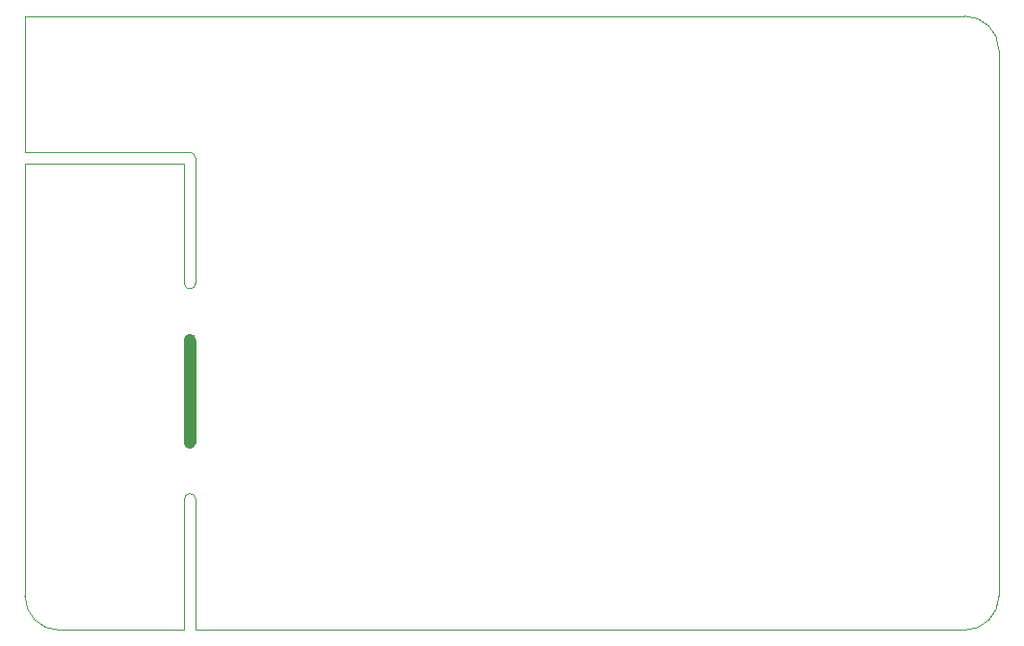
<source format=gm1>
G04*
G04 #@! TF.GenerationSoftware,Altium Limited,Altium Designer,21.1.1 (26)*
G04*
G04 Layer_Color=16776960*
%FSAX44Y44*%
%MOMM*%
G71*
G04*
G04 #@! TF.SameCoordinates,35B4BD9A-10F4-4648-9EF8-68C66FDF8F35*
G04*
G04*
G04 #@! TF.FilePolarity,Positive*
G04*
G01*
G75*
%ADD67C,1.0000*%
%ADD76C,0.1000*%
D67*
X00145000Y00165000D02*
Y00255000D01*
D76*
X00140000Y00165000D02*
G03*
X00150000Y00165000I00005000J00000000D01*
G01*
Y00255000D02*
G03*
X00140000Y00255000I-00005000J00000000D01*
G01*
X00150000Y00115000D02*
G03*
X00140000Y00115000I-00005000J00000000D01*
G01*
Y00305000D02*
G03*
X00150000Y00305000I00005000J00000000D01*
G01*
Y00415000D02*
G03*
X00145000Y00420000I-00005000J00000000D01*
G01*
X00000000Y00030000D02*
G03*
X00030000Y00000000I00030000J00000000D01*
G01*
X00826000D02*
G03*
X00856000Y00030000I00000000J00030000D01*
G01*
Y00510000D02*
G03*
X00826000Y00540000I-00030000J00000000D01*
G01*
X00140000Y00255000D02*
X00140000Y00165000D01*
X00150000D02*
Y00255000D01*
X00140000Y00410000D02*
X00140000Y00305000D01*
X00150000D02*
Y00415000D01*
X00000000Y00410000D02*
X00140000Y00410000D01*
X-00000000Y00420000D02*
X00145000Y00420000D01*
X00140000Y00000000D02*
Y00115000D01*
X00150000D02*
X00150000Y-00000000D01*
X00030000Y00000000D02*
X00140000D01*
X00150000Y-00000000D02*
X00826000Y00000000D01*
X-00000000Y00420000D02*
Y00540000D01*
X-00000000Y00410000D02*
X-00000000Y00030000D01*
X00856000Y00510000D02*
X00856000Y00030000D01*
X00000000Y00540000D02*
X00826000Y00540000D01*
M02*

</source>
